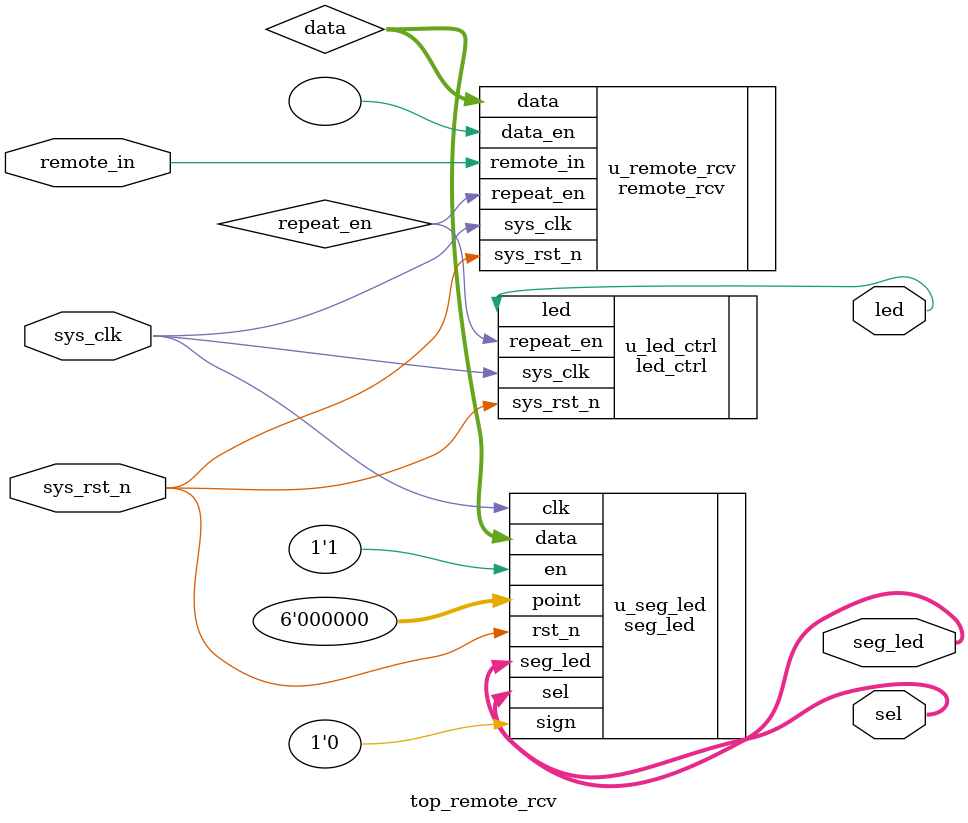
<source format=v>

module top_remote_rcv(
    input             sys_clk  ,    //系统时钟 
    input             sys_rst_n,    //系统复位信号，低电平有效
    input             remote_in,    //红外接收信号
    output     [5:0]  sel      ,    //数码管位选信号
    output     [7:0]  seg_led  ,    //数码管段选信号
    output            led           //led灯
);

//wire define
wire  [7:0]   data       ;
wire          repeat_en  ;

//*****************************************************
//**                    main code
//*****************************************************

//数码管显示模块
seg_led u_seg_led(
    .clk            (sys_clk),   
    .rst_n          (sys_rst_n),
    .sel            (sel),   
    .seg_led        (seg_led),
    .data           (data),           //红外数据
    .point          (6'd0),           //无小数点
    .en             (1'b1),           //使能数码管
    .sign           (1'b0)            //无符号显示
    );

//HS0038B驱动模块
remote_rcv u_remote_rcv(               
    .sys_clk        (sys_clk),  
    .sys_rst_n      (sys_rst_n),    
    .remote_in      (remote_in),
    .repeat_en      (repeat_en),                
    .data_en        (),
    .data           (data)
    );

led_ctrl  u_led_ctrl(
    .sys_clk       (sys_clk),
    .sys_rst_n     (sys_rst_n),
    .repeat_en     (repeat_en),
    .led           (led)
    );

endmodule
</source>
